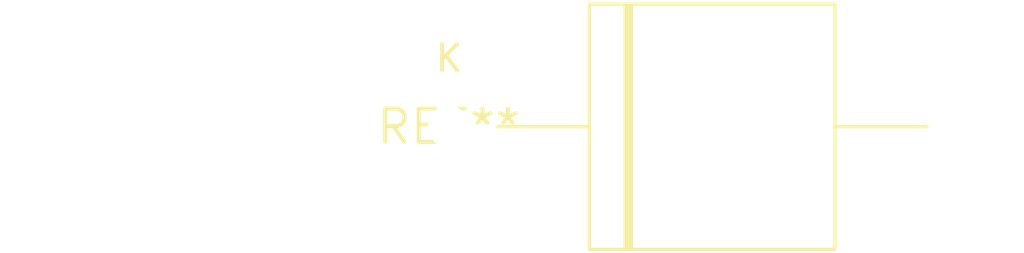
<source format=kicad_pcb>
(kicad_pcb (version 20240108) (generator pcbnew)
  (layers (0 "F.Cu" signal) (31 "B.Cu" signal) (34 "B.Paste" user) (35 "F.Paste" user) (36 "B.SilkS" user "B.Silkscreen") (37 "F.SilkS" user "F.Silkscreen") (38 "B.Mask" user) (39 "F.Mask" user) (44 "Edge.Cuts" user))
  (net 0 "")
  (footprint "D_P600_R-6_P20.00mm_Horizontal" (layer "F.Cu") (at 0 0)
    (property "Reference" "REF**")
    (property "Value" "D_P600_R-6_P20.00mm_Horizontal")
    (fp_line (start 1.84 0) (end 5.33 0) (layer "F.SilkS") (stroke (width 0.12)))
    (fp_line (start 5.33 -4.67) (end 5.33 4.67) (layer "F.SilkS") (stroke (width 0.12)))
    (fp_line (start 5.33 4.67) (end 14.67 4.67) (layer "F.SilkS") (stroke (width 0.12)))
    (fp_line (start 6.695 -4.67) (end 6.695 4.67) (layer "F.SilkS") (stroke (width 0.12)))
    (fp_line (start 6.815 -4.67) (end 6.815 4.67) (layer "F.SilkS") (stroke (width 0.12)))
    (fp_line (start 6.935 -4.67) (end 6.935 4.67) (layer "F.SilkS") (stroke (width 0.12)))
    (fp_line (start 14.67 -4.67) (end 5.33 -4.67) (layer "F.SilkS") (stroke (width 0.12)))
    (fp_line (start 14.67 4.67) (end 14.67 -4.67) (layer "F.SilkS") (stroke (width 0.12)))
    (fp_line (start 18.16 0) (end 14.67 0) (layer "F.SilkS") (stroke (width 0.12)))
    (fp_text user "K" (at 0 -2.6 0) (layer "F.SilkS"))
    (pad "1" thru_hole rect (at 0 0) (size 3.2 3.2) (drill 1.6) (layers *.Cu *.Mask) (remove_unused_layers))
    (pad "2" thru_hole oval (at 20 0) (size 3.2 3.2) (drill 1.6) (layers *.Cu *.Mask) (remove_unused_layers))
  )
)
</source>
